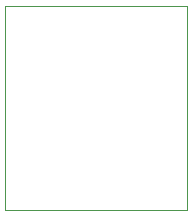
<source format=gm1>
G04 #@! TF.GenerationSoftware,KiCad,Pcbnew,7.0.5-0*
G04 #@! TF.CreationDate,2023-12-12T08:13:43-05:00*
G04 #@! TF.ProjectId,12v5VBuck,31327635-5642-4756-936b-2e6b69636164,rev?*
G04 #@! TF.SameCoordinates,Original*
G04 #@! TF.FileFunction,Profile,NP*
%FSLAX46Y46*%
G04 Gerber Fmt 4.6, Leading zero omitted, Abs format (unit mm)*
G04 Created by KiCad (PCBNEW 7.0.5-0) date 2023-12-12 08:13:43*
%MOMM*%
%LPD*%
G01*
G04 APERTURE LIST*
G04 #@! TA.AperFunction,Profile*
%ADD10C,0.100000*%
G04 #@! TD*
G04 APERTURE END LIST*
D10*
X55000000Y-17000000D02*
X70400000Y-17000000D01*
X70400000Y-34300000D01*
X55000000Y-34300000D01*
X55000000Y-17000000D01*
M02*

</source>
